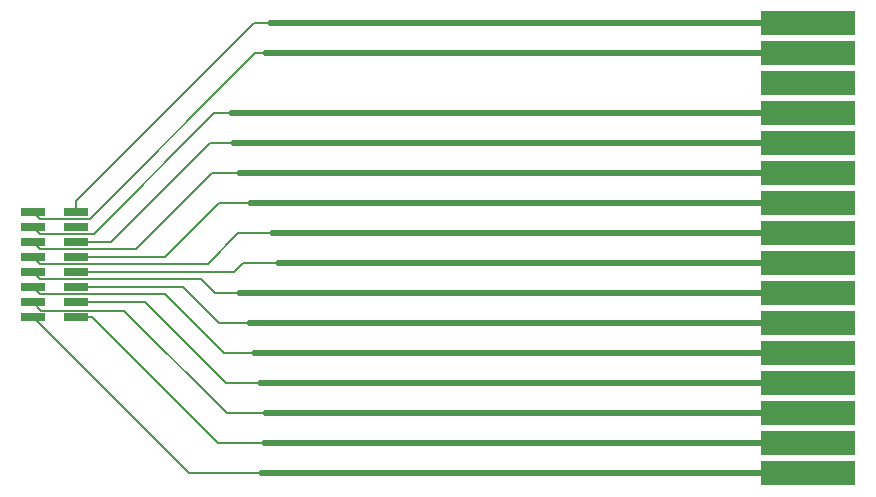
<source format=gtl>
G04 #@! TF.GenerationSoftware,KiCad,Pcbnew,(5.1.10)-1*
G04 #@! TF.CreationDate,2022-08-14T11:16:36-04:00*
G04 #@! TF.ProjectId,KBAdapter,4b424164-6170-4746-9572-2e6b69636164,rev?*
G04 #@! TF.SameCoordinates,Original*
G04 #@! TF.FileFunction,Copper,L1,Top*
G04 #@! TF.FilePolarity,Positive*
%FSLAX46Y46*%
G04 Gerber Fmt 4.6, Leading zero omitted, Abs format (unit mm)*
G04 Created by KiCad (PCBNEW (5.1.10)-1) date 2022-08-14 11:16:36*
%MOMM*%
%LPD*%
G01*
G04 APERTURE LIST*
G04 #@! TA.AperFunction,ConnectorPad*
%ADD10R,8.000000X2.000000*%
G04 #@! TD*
G04 #@! TA.AperFunction,SMDPad,CuDef*
%ADD11R,2.100000X0.750000*%
G04 #@! TD*
G04 #@! TA.AperFunction,Conductor*
%ADD12C,0.500000*%
G04 #@! TD*
G04 #@! TA.AperFunction,Conductor*
%ADD13C,0.200000*%
G04 #@! TD*
G04 APERTURE END LIST*
D10*
X172500000Y-113550000D03*
X172500000Y-111010000D03*
X172500000Y-108470000D03*
X172500000Y-105930000D03*
X172500000Y-103390000D03*
X172500000Y-100850000D03*
X172500000Y-98310000D03*
X172500000Y-95770000D03*
X172500000Y-93230000D03*
X172500000Y-90690000D03*
X172500000Y-88150000D03*
X172500000Y-85610000D03*
X172500000Y-83070000D03*
X172500000Y-80530000D03*
X172500000Y-77990000D03*
X172500000Y-75450000D03*
D11*
X106900000Y-100345000D03*
X110500000Y-100345000D03*
X106900000Y-99075000D03*
X110500000Y-99075000D03*
X106900000Y-97805000D03*
X110500000Y-97805000D03*
X106900000Y-96535000D03*
X110500000Y-96535000D03*
X106900000Y-95265000D03*
X110500000Y-95265000D03*
X106900000Y-93995000D03*
X110500000Y-93995000D03*
X106900000Y-92725000D03*
X110500000Y-92725000D03*
X106900000Y-91455000D03*
X110500000Y-91455000D03*
D12*
X126947360Y-75450000D02*
X172500000Y-75450000D01*
D13*
X110500000Y-91455000D02*
X110500000Y-90500000D01*
X125550000Y-75450000D02*
X126947360Y-75450000D01*
X110500000Y-90500000D02*
X125550000Y-75450000D01*
D12*
X172500000Y-77990000D02*
X126490160Y-77990000D01*
D13*
X107475001Y-92030001D02*
X111669999Y-92030001D01*
X106900000Y-91455000D02*
X107475001Y-92030001D01*
X125710000Y-77990000D02*
X126490160Y-77990000D01*
X111669999Y-92030001D02*
X125710000Y-77990000D01*
D12*
X172500000Y-83070000D02*
X123630120Y-83070000D01*
D13*
X107475001Y-93300001D02*
X111999999Y-93300001D01*
X106900000Y-92725000D02*
X107475001Y-93300001D01*
X122230000Y-83070000D02*
X123630120Y-83070000D01*
X111999999Y-93300001D02*
X122230000Y-83070000D01*
D12*
X172500000Y-85610000D02*
X123807920Y-85610000D01*
D13*
X110500000Y-93995000D02*
X113505000Y-93995000D01*
X121890000Y-85610000D02*
X123807920Y-85610000D01*
X113505000Y-93995000D02*
X121890000Y-85610000D01*
D12*
X172500000Y-88150000D02*
X124295600Y-88150000D01*
D13*
X107475001Y-94570001D02*
X115629999Y-94570001D01*
X106900000Y-93995000D02*
X107475001Y-94570001D01*
X122050000Y-88150000D02*
X124295600Y-88150000D01*
X115629999Y-94570001D02*
X122050000Y-88150000D01*
D12*
X172500000Y-90690000D02*
X125220160Y-90690000D01*
D13*
X110500000Y-95265000D02*
X118035000Y-95265000D01*
X122610000Y-90690000D02*
X125220160Y-90690000D01*
X118035000Y-95265000D02*
X122610000Y-90690000D01*
D12*
X172500000Y-93230000D02*
X127115000Y-93230000D01*
D13*
X107475001Y-95840001D02*
X121659999Y-95840001D01*
X106900000Y-95265000D02*
X107475001Y-95840001D01*
X124270000Y-93230000D02*
X127115000Y-93230000D01*
X121659999Y-95840001D02*
X124270000Y-93230000D01*
D12*
X172500000Y-95770000D02*
X127612840Y-95770000D01*
D13*
X110500000Y-96535000D02*
X123865000Y-96535000D01*
X124630000Y-95770000D02*
X127612840Y-95770000D01*
X123865000Y-96535000D02*
X124630000Y-95770000D01*
D12*
X172500000Y-98310000D02*
X124294200Y-98310000D01*
D13*
X107475001Y-97110001D02*
X121110001Y-97110001D01*
X106900000Y-96535000D02*
X107475001Y-97110001D01*
X122310000Y-98310000D02*
X124294200Y-98310000D01*
X121110001Y-97110001D02*
X122310000Y-98310000D01*
D12*
X172500000Y-100850000D02*
X125162880Y-100850000D01*
D13*
X110500000Y-97805000D02*
X119605000Y-97805000D01*
X122650000Y-100850000D02*
X125162880Y-100850000D01*
X119605000Y-97805000D02*
X122650000Y-100850000D01*
D12*
X172500000Y-103390000D02*
X125564200Y-103390000D01*
D13*
X107475001Y-98380001D02*
X118080001Y-98380001D01*
X106900000Y-97805000D02*
X107475001Y-98380001D01*
X123090000Y-103390000D02*
X125564200Y-103390000D01*
X118080001Y-98380001D02*
X123090000Y-103390000D01*
D12*
X172500000Y-105930000D02*
X126143320Y-105930000D01*
X126143320Y-105930000D02*
X126117920Y-105930000D01*
D13*
X110500000Y-99075000D02*
X116375000Y-99075000D01*
X123230000Y-105930000D02*
X126143320Y-105930000D01*
X116375000Y-99075000D02*
X123230000Y-105930000D01*
D12*
X172500000Y-108470000D02*
X126554278Y-108470000D01*
X126554278Y-108470000D02*
X126539560Y-108470000D01*
D13*
X107594999Y-99769999D02*
X114569999Y-99769999D01*
X106900000Y-99075000D02*
X107594999Y-99769999D01*
X123270000Y-108470000D02*
X126554278Y-108470000D01*
X114569999Y-99769999D02*
X123270000Y-108470000D01*
D12*
X172500000Y-111010000D02*
X126473520Y-111010000D01*
X126473520Y-111010000D02*
X126422720Y-111010000D01*
D13*
X110500000Y-100345000D02*
X111845000Y-100345000D01*
X122510000Y-111010000D02*
X126473520Y-111010000D01*
X111845000Y-100345000D02*
X122510000Y-111010000D01*
D12*
X172500000Y-113550000D02*
X126239840Y-113550000D01*
X126239840Y-113550000D02*
X126183960Y-113550000D01*
D13*
X120105000Y-113550000D02*
X126239840Y-113550000D01*
X106900000Y-100345000D02*
X120105000Y-113550000D01*
M02*

</source>
